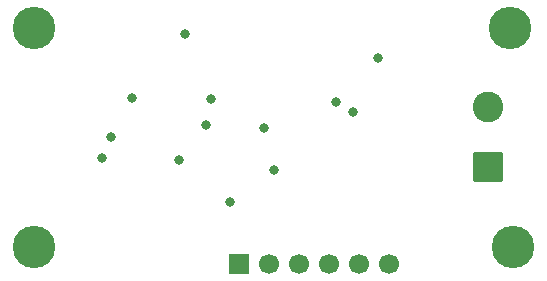
<source format=gbr>
%TF.GenerationSoftware,KiCad,Pcbnew,9.0.3*%
%TF.CreationDate,2025-10-25T21:42:41-05:00*%
%TF.ProjectId,VoltmeterFrontEnd,566f6c74-6d65-4746-9572-46726f6e7445,rev?*%
%TF.SameCoordinates,Original*%
%TF.FileFunction,Copper,L3,Inr*%
%TF.FilePolarity,Positive*%
%FSLAX46Y46*%
G04 Gerber Fmt 4.6, Leading zero omitted, Abs format (unit mm)*
G04 Created by KiCad (PCBNEW 9.0.3) date 2025-10-25 21:42:41*
%MOMM*%
%LPD*%
G01*
G04 APERTURE LIST*
G04 Aperture macros list*
%AMRoundRect*
0 Rectangle with rounded corners*
0 $1 Rounding radius*
0 $2 $3 $4 $5 $6 $7 $8 $9 X,Y pos of 4 corners*
0 Add a 4 corners polygon primitive as box body*
4,1,4,$2,$3,$4,$5,$6,$7,$8,$9,$2,$3,0*
0 Add four circle primitives for the rounded corners*
1,1,$1+$1,$2,$3*
1,1,$1+$1,$4,$5*
1,1,$1+$1,$6,$7*
1,1,$1+$1,$8,$9*
0 Add four rect primitives between the rounded corners*
20,1,$1+$1,$2,$3,$4,$5,0*
20,1,$1+$1,$4,$5,$6,$7,0*
20,1,$1+$1,$6,$7,$8,$9,0*
20,1,$1+$1,$8,$9,$2,$3,0*%
G04 Aperture macros list end*
%TA.AperFunction,ComponentPad*%
%ADD10C,2.600000*%
%TD*%
%TA.AperFunction,ComponentPad*%
%ADD11RoundRect,0.250000X1.050000X-1.050000X1.050000X1.050000X-1.050000X1.050000X-1.050000X-1.050000X0*%
%TD*%
%TA.AperFunction,ComponentPad*%
%ADD12C,3.600000*%
%TD*%
%TA.AperFunction,ComponentPad*%
%ADD13R,1.700000X1.700000*%
%TD*%
%TA.AperFunction,ComponentPad*%
%ADD14C,1.700000*%
%TD*%
%TA.AperFunction,ViaPad*%
%ADD15C,0.800000*%
%TD*%
G04 APERTURE END LIST*
D10*
%TO.N,V_Input_Float*%
%TO.C,J15*%
X132417500Y-72217000D03*
D11*
%TO.N,V_Input_REF*%
X132417500Y-77297000D03*
%TD*%
D12*
%TO.N,N/C*%
%TO.C,H4*%
X94000000Y-84000000D03*
%TD*%
%TO.N,N/C*%
%TO.C,H3*%
X134500000Y-84000000D03*
%TD*%
%TO.N,N/C*%
%TO.C,H2*%
X134250000Y-65500000D03*
%TD*%
%TO.N,N/C*%
%TO.C,H1*%
X94000000Y-65500000D03*
%TD*%
D13*
%TO.N,+9V*%
%TO.C,J1*%
X111296000Y-85502000D03*
D14*
%TO.N,VDD*%
X113836000Y-85502000D03*
%TO.N,GND*%
X116376000Y-85502000D03*
%TO.N,MOSFET_Ctrl*%
X118916000Y-85502000D03*
%TO.N,/V Ref to ADS-0*%
X121456000Y-85502000D03*
%TO.N,/ADC-1*%
X123996000Y-85502000D03*
%TD*%
D15*
%TO.N,GND*%
X106750000Y-66000000D03*
X123086000Y-68002000D03*
X109000000Y-71500000D03*
X99746000Y-76532000D03*
X113481500Y-74002000D03*
%TO.N,+9V*%
X108500000Y-73750000D03*
%TO.N,MOSFET_Ctrl*%
X100508000Y-74754000D03*
X110571000Y-80252000D03*
%TO.N,VDD*%
X119586000Y-71752000D03*
X102286000Y-71452000D03*
X114336000Y-77502000D03*
X106244313Y-76697843D03*
%TO.N,/ADC-1*%
X120961000Y-72627000D03*
%TD*%
M02*

</source>
